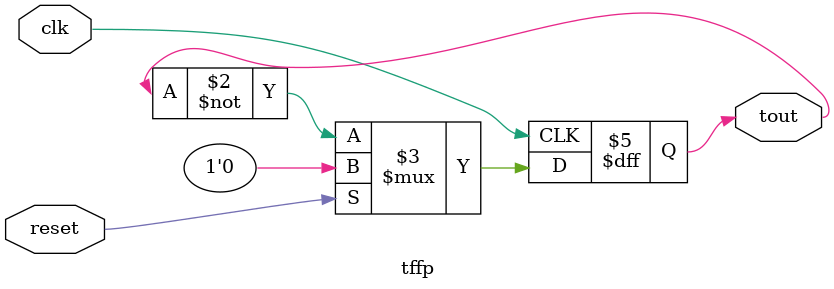
<source format=v>
module tffp(
	input clk,
	input reset,
	output reg tout
);
initial begin
	tout=1'b0;
end
always @(posedge clk)
begin
	tout<=(reset)?1'b0:(~tout);
end
endmodule
</source>
